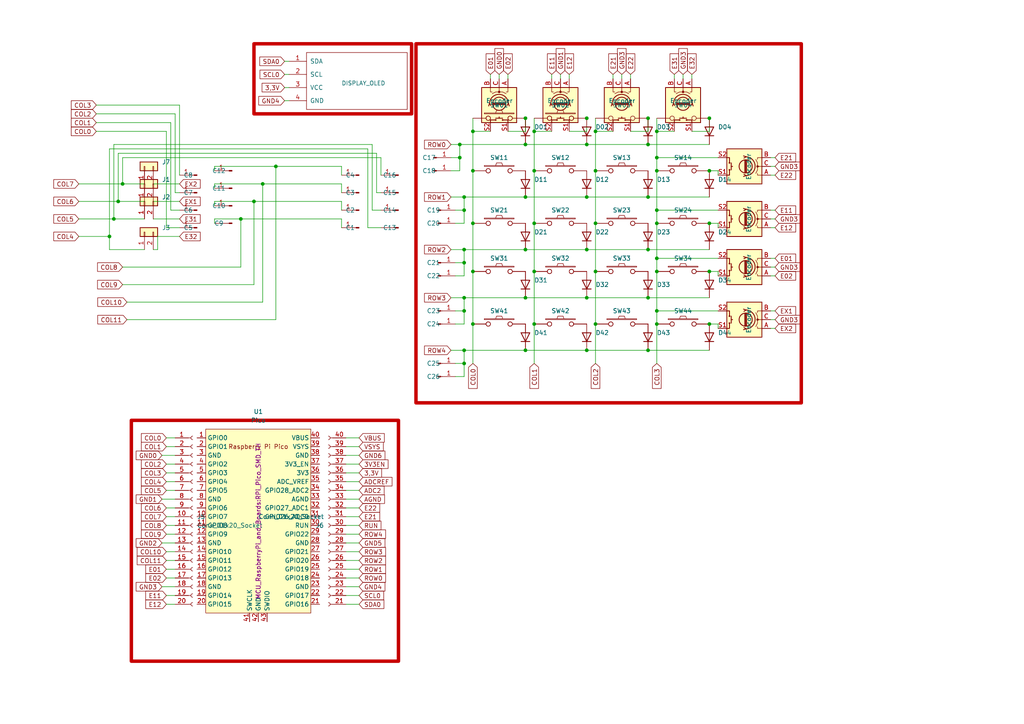
<source format=kicad_sch>
(kicad_sch (version 20230121) (generator eeschema)
  (paper "A4")
  (lib_symbols
    (symbol "Conn_01x01_Pin_1" (pin_numbers hide) (pin_names (offset 1.016) hide)
      (property "Reference" "J" (at 0 2.54 0))
      (property "Value" "Conn_01x01_Pin" (at 0 -2.54 0))
      (symbol "Conn_01x01_Pin_1_1_1"
        (pin passive line (at 5.08 0 180) (length 3.81) (name "Pin_1") (number "1"))
      )
    )
    (symbol "Conn_01x20_Socket_1" (pin_names (offset 1.016) hide)
      (property "Reference" "J6" (at 1.27 0 0))
      (property "Value" "Conn_01x20_Socket" (at 1.27 -2.54 0))
      (symbol "Conn_01x20_Socket_1_1_1"
        (pin passive line (at -5.08 22.86 0) (length 3.81) (name "Pin_1") (number "21"))
        (pin passive line (at -5.08 20.32 0) (length 3.81) (name "Pin_2") (number "22"))
        (pin passive line (at -5.08 17.78 0) (length 3.81) (name "Pin_3") (number "23"))
        (pin passive line (at -5.08 15.24 0) (length 3.81) (name "Pin_4") (number "24"))
        (pin passive line (at -5.08 12.7 0) (length 3.81) (name "Pin_5") (number "25"))
        (pin passive line (at -5.08 10.16 0) (length 3.81) (name "Pin_6") (number "26"))
        (pin passive line (at -5.08 7.62 0) (length 3.81) (name "Pin_7") (number "27"))
        (pin passive line (at -5.08 5.08 0) (length 3.81) (name "Pin_8") (number "28"))
        (pin passive line (at -5.08 2.54 0) (length 3.81) (name "Pin_9") (number "29"))
        (pin passive line (at -5.08 0 0) (length 3.81) (name "Pin_10") (number "30"))
        (pin passive line (at -5.08 -2.54 0) (length 3.81) (name "Pin_11") (number "31"))
        (pin passive line (at -5.08 -5.08 0) (length 3.81) (name "Pin_12") (number "32"))
        (pin passive line (at -5.08 -7.62 0) (length 3.81) (name "Pin_13") (number "33"))
        (pin passive line (at -5.08 -10.16 0) (length 3.81) (name "Pin_14") (number "34"))
        (pin passive line (at -5.08 -12.7 0) (length 3.81) (name "Pin_15") (number "35"))
        (pin passive line (at -5.08 -15.24 0) (length 3.81) (name "Pin_16") (number "36"))
        (pin passive line (at -5.08 -17.78 0) (length 3.81) (name "Pin_17") (number "37"))
        (pin passive line (at -5.08 -20.32 0) (length 3.81) (name "Pin_18") (number "38"))
        (pin passive line (at -5.08 -22.86 0) (length 3.81) (name "Pin_19") (number "39"))
        (pin passive line (at -5.08 -25.4 0) (length 3.81) (name "Pin_20") (number "40"))
      )
    )
    (symbol "Connector:Conn_01x01_Pin" (pin_names (offset 1.016) hide)
      (property "Reference" "J" (at 0 2.54 0))
      (property "Value" "Conn_01x01_Pin" (at 0 -2.54 0))
      (symbol "Conn_01x01_Pin_1_1"
        (pin passive line (at 5.08 0 180) (length 3.81) (name "Pin_1") (number "1"))
      )
    )
    (symbol "Connector:Conn_01x20_Socket" (pin_names (offset 1.016) hide)
      (property "Reference" "J" (at 0 25.4 0))
      (property "Value" "Conn_01x20_Socket" (at 0 -27.94 0))
      (symbol "Conn_01x20_Socket_1_1"
        (pin passive line (at -5.08 22.86 0) (length 3.81) (name "Pin_1") (number "1"))
        (pin passive line (at -5.08 0 0) (length 3.81) (name "Pin_10") (number "10"))
        (pin passive line (at -5.08 -2.54 0) (length 3.81) (name "Pin_11") (number "11"))
        (pin passive line (at -5.08 -5.08 0) (length 3.81) (name "Pin_12") (number "12"))
        (pin passive line (at -5.08 -7.62 0) (length 3.81) (name "Pin_13") (number "13"))
        (pin passive line (at -5.08 -10.16 0) (length 3.81) (name "Pin_14") (number "14"))
        (pin passive line (at -5.08 -12.7 0) (length 3.81) (name "Pin_15") (number "15"))
        (pin passive line (at -5.08 -15.24 0) (length 3.81) (name "Pin_16") (number "16"))
        (pin passive line (at -5.08 -17.78 0) (length 3.81) (name "Pin_17") (number "17"))
        (pin passive line (at -5.08 -20.32 0) (length 3.81) (name "Pin_18") (number "18"))
        (pin passive line (at -5.08 -22.86 0) (length 3.81) (name "Pin_19") (number "19"))
        (pin passive line (at -5.08 20.32 0) (length 3.81) (name "Pin_2") (number "2"))
        (pin passive line (at -5.08 -25.4 0) (length 3.81) (name "Pin_20") (number "20"))
        (pin passive line (at -5.08 17.78 0) (length 3.81) (name "Pin_3") (number "3"))
        (pin passive line (at -5.08 15.24 0) (length 3.81) (name "Pin_4") (number "4"))
        (pin passive line (at -5.08 12.7 0) (length 3.81) (name "Pin_5") (number "5"))
        (pin passive line (at -5.08 10.16 0) (length 3.81) (name "Pin_6") (number "6"))
        (pin passive line (at -5.08 7.62 0) (length 3.81) (name "Pin_7") (number "7"))
        (pin passive line (at -5.08 5.08 0) (length 3.81) (name "Pin_8") (number "8"))
        (pin passive line (at -5.08 2.54 0) (length 3.81) (name "Pin_9") (number "9"))
      )
    )
    (symbol "Device:RotaryEncoder_Switch" (pin_names (offset 0.254) hide)
      (property "Reference" "SW" (at 0 6.604 0))
      (property "Value" "RotaryEncoder_Switch" (at 0 -6.604 0))
      (symbol "RotaryEncoder_Switch_1_1"
        (pin passive line (at -7.62 2.54 0) (length 2.54) (name "A") (number "A"))
        (pin passive line (at -7.62 -2.54 0) (length 2.54) (name "B") (number "B"))
        (pin passive line (at -7.62 0 0) (length 2.54) (name "C") (number "C"))
        (pin passive line (at 7.62 2.54 180) (length 2.54) (name "S1") (number "S1"))
        (pin passive line (at 7.62 -2.54 180) (length 2.54) (name "S2") (number "S2"))
      )
    )
    (symbol "Diode:1N4148" (pin_numbers hide) (pin_names hide)
      (property "Reference" "D" (at 0 2.54 0))
      (property "Value" "1N4148" (at 0 -2.54 0))
      (symbol "1N4148_1_1"
        (pin passive line (at -3.81 0 0) (length 2.54) (name "K") (number "1"))
        (pin passive line (at 3.81 0 180) (length 2.54) (name "A") (number "2"))
      )
    )
    (symbol "MCU_RaspberryPi_and_Boards:Pico"
      (property "Reference" "U" (at -13.97 27.94 0))
      (property "Value" "Pico" (at 0 19.05 0))
      (symbol "Pico_0_0"
        (text "Raspberry Pi Pico" (at 0 21.59 0) (effects (font (size 1.27 1.27))))
      )
      (symbol "Pico_1_1"
        (pin bidirectional line (at -17.78 24.13 0) (length 2.54) (name "GPIO0") (number "1"))
        (pin bidirectional line (at -17.78 1.27 0) (length 2.54) (name "GPIO7") (number "10"))
        (pin bidirectional line (at -17.78 -1.27 0) (length 2.54) (name "GPIO8") (number "11"))
        (pin bidirectional line (at -17.78 -3.81 0) (length 2.54) (name "GPIO9") (number "12"))
        (pin power_in line (at -17.78 -6.35 0) (length 2.54) (name "GND") (number "13"))
        (pin bidirectional line (at -17.78 -8.89 0) (length 2.54) (name "GPIO10") (number "14"))
        (pin bidirectional line (at -17.78 -11.43 0) (length 2.54) (name "GPIO11") (number "15"))
        (pin bidirectional line (at -17.78 -13.97 0) (length 2.54) (name "GPIO12") (number "16"))
        (pin bidirectional line (at -17.78 -16.51 0) (length 2.54) (name "GPIO13") (number "17"))
        (pin power_in line (at -17.78 -19.05 0) (length 2.54) (name "GND") (number "18"))
        (pin bidirectional line (at -17.78 -21.59 0) (length 2.54) (name "GPIO14") (number "19"))
        (pin bidirectional line (at -17.78 21.59 0) (length 2.54) (name "GPIO1") (number "2"))
        (pin bidirectional line (at -17.78 -24.13 0) (length 2.54) (name "GPIO15") (number "20"))
        (pin bidirectional line (at 17.78 -24.13 180) (length 2.54) (name "GPIO16") (number "21"))
        (pin bidirectional line (at 17.78 -21.59 180) (length 2.54) (name "GPIO17") (number "22"))
        (pin power_in line (at 17.78 -19.05 180) (length 2.54) (name "GND") (number "23"))
        (pin bidirectional line (at 17.78 -16.51 180) (length 2.54) (name "GPIO18") (number "24"))
        (pin bidirectional line (at 17.78 -13.97 180) (length 2.54) (name "GPIO19") (number "25"))
        (pin bidirectional line (at 17.78 -11.43 180) (length 2.54) (name "GPIO20") (number "26"))
        (pin bidirectional line (at 17.78 -8.89 180) (length 2.54) (name "GPIO21") (number "27"))
        (pin power_in line (at 17.78 -6.35 180) (length 2.54) (name "GND") (number "28"))
        (pin bidirectional line (at 17.78 -3.81 180) (length 2.54) (name "GPIO22") (number "29"))
        (pin power_in line (at -17.78 19.05 0) (length 2.54) (name "GND") (number "3"))
        (pin input line (at 17.78 -1.27 180) (length 2.54) (name "RUN") (number "30"))
        (pin bidirectional line (at 17.78 1.27 180) (length 2.54) (name "GPIO26_ADC0") (number "31"))
        (pin bidirectional line (at 17.78 3.81 180) (length 2.54) (name "GPIO27_ADC1") (number "32"))
        (pin power_in line (at 17.78 6.35 180) (length 2.54) (name "AGND") (number "33"))
        (pin bidirectional line (at 17.78 8.89 180) (length 2.54) (name "GPIO28_ADC2") (number "34"))
        (pin power_in line (at 17.78 11.43 180) (length 2.54) (name "ADC_VREF") (number "35"))
        (pin power_in line (at 17.78 13.97 180) (length 2.54) (name "3V3") (number "36"))
        (pin input line (at 17.78 16.51 180) (length 2.54) (name "3V3_EN") (number "37"))
        (pin bidirectional line (at 17.78 19.05 180) (length 2.54) (name "GND") (number "38"))
        (pin power_in line (at 17.78 21.59 180) (length 2.54) (name "VSYS") (number "39"))
        (pin bidirectional line (at -17.78 16.51 0) (length 2.54) (name "GPIO2") (number "4"))
        (pin power_in line (at 17.78 24.13 180) (length 2.54) (name "VBUS") (number "40"))
        (pin input line (at -2.54 -29.21 90) (length 2.54) (name "SWCLK") (number "41"))
        (pin power_in line (at 0 -29.21 90) (length 2.54) (name "GND") (number "42"))
        (pin bidirectional line (at 2.54 -29.21 90) (length 2.54) (name "SWDIO") (number "43"))
        (pin bidirectional line (at -17.78 13.97 0) (length 2.54) (name "GPIO3") (number "5"))
        (pin bidirectional line (at -17.78 11.43 0) (length 2.54) (name "GPIO4") (number "6"))
        (pin bidirectional line (at -17.78 8.89 0) (length 2.54) (name "GPIO5") (number "7"))
        (pin power_in line (at -17.78 6.35 0) (length 2.54) (name "GND") (number "8"))
        (pin bidirectional line (at -17.78 3.81 0) (length 2.54) (name "GPIO6") (number "9"))
      )
    )
    (symbol "kbd:OLED" (pin_names (offset 1.016))
      (property "Reference" "OL" (at 0 2.54 0))
      (property "Value" "OLED" (at 0 -1.27 0))
      (symbol "OLED_1_1"
        (pin bidirectional line (at -19.05 6.35 0) (length 5.08) (name "SDA") (number "1"))
        (pin bidirectional line (at -19.05 2.54 0) (length 5.08) (name "SCL") (number "2"))
        (pin power_in line (at -19.05 -1.27 0) (length 5.08) (name "VCC") (number "3"))
        (pin power_in line (at -19.05 -5.08 0) (length 5.08) (name "GND") (number "4"))
      )
    )
    (symbol "kbd:SW_PUSH" (pin_numbers hide) (pin_names (offset 1.016) hide)
      (property "Reference" "SW" (at 3.81 2.794 0))
      (property "Value" "SW_PUSH" (at 0 -2.032 0))
      (symbol "SW_PUSH_0_1"
        (pin passive inverted (at -7.62 0 0) (length 5.08) (name "1") (number "1"))
        (pin passive inverted (at 7.62 0 180) (length 5.08) (name "2") (number "2"))
      )
    )
    (symbol "rpi-pico-debugger-shoe-cache:Connector_Generic_Conn_01x02" (pin_names (offset 1.016) hide)
      (property "Reference" "J" (at 0 2.54 0))
      (property "Value" "Connector_Generic_Conn_01x02" (at 0 -5.08 0))
      (symbol "Connector_Generic_Conn_01x02_1_1"
        (pin passive line (at -5.08 0 0) (length 3.81) (name "Pin_1") (number "1"))
        (pin passive line (at -5.08 -2.54 0) (length 3.81) (name "Pin_2") (number "2"))
      )
    )
  )
  (junction (at 80.01 48.26))
  (junction (at 170.18 86.36))
  (junction (at 152.4 86.36))
  (junction (at 134.62 105.41))
  (junction (at 33.02 63.5))
  (junction (at 190.5 64.77))
  (junction (at 187.96 86.36))
  (junction (at 152.4 72.39))
  (junction (at 137.16 93.98))
  (junction (at 205.74 93.98))
  (junction (at 31.75 68.58))
  (junction (at 190.5 74.93))
  (junction (at 187.96 72.39))
  (junction (at 170.18 41.91))
  (junction (at 187.96 57.15))
  (junction (at 134.62 72.39))
  (junction (at 34.29 58.42))
  (junction (at 154.94 64.77))
  (junction (at 152.4 101.6))
  (junction (at 152.4 41.91))
  (junction (at 35.56 53.34))
  (junction (at 170.18 57.15))
  (junction (at 172.72 38.1))
  (junction (at 205.74 64.77))
  (junction (at 134.62 57.15))
  (junction (at 170.18 101.6))
  (junction (at 134.62 101.6))
  (junction (at 172.72 93.98))
  (junction (at 137.16 38.1))
  (junction (at 190.5 49.53))
  (junction (at 134.62 86.36))
  (junction (at 137.16 64.77))
  (junction (at 76.2 53.34))
  (junction (at 170.18 72.39))
  (junction (at 154.94 93.98))
  (junction (at 133.35 41.91))
  (junction (at 152.4 57.15))
  (junction (at 187.96 101.6))
  (junction (at 190.5 38.1))
  (junction (at 73.66 58.42))
  (junction (at 190.5 93.98))
  (junction (at 172.72 64.77))
  (junction (at 170.18 34.29))
  (junction (at 134.62 76.2))
  (junction (at 134.62 60.96))
  (junction (at 152.4 34.29))
  (junction (at 190.5 45.72))
  (junction (at 205.74 34.29))
  (junction (at 205.74 78.74))
  (junction (at 154.94 38.1))
  (junction (at 133.35 45.72))
  (junction (at 137.16 49.53))
  (junction (at 134.62 90.17))
  (junction (at 172.72 78.74))
  (junction (at 190.5 90.17))
  (junction (at 187.96 34.29))
  (junction (at 137.16 78.74))
  (junction (at 190.5 60.96))
  (junction (at 154.94 78.74))
  (junction (at 69.85 63.5))
  (junction (at 187.96 41.91))
  (junction (at 190.5 78.74))
  (junction (at 172.72 49.53))
  (junction (at 154.94 49.53))
  (junction (at 205.74 49.53))
  (wire (pts (xy 33.02 41.91) (xy 33.02 63.5)))
  (wire (pts (xy 44.45 72.39) (xy 45.72 72.39)))
  (wire (pts (xy 190.5 45.72) (xy 190.5 49.53)))
  (wire (pts (xy 190.5 38.1) (xy 195.58 38.1)))
  (wire (pts (xy 48.26 147.32) (xy 50.8 147.32)))
  (wire (pts (xy 154.94 64.77) (xy 154.94 78.74)))
  (wire (pts (xy 80.01 48.26) (xy 80.01 92.71)))
  (wire (pts (xy 48.26 152.4) (xy 50.8 152.4)))
  (wire (pts (xy 170.18 101.6) (xy 187.96 101.6)))
  (wire (pts (xy 106.68 66.04) (xy 106.68 43.18)))
  (wire (pts (xy 134.62 86.36) (xy 134.62 90.17)))
  (wire (pts (xy 137.16 38.1) (xy 142.24 38.1)))
  (wire (pts (xy 62.23 48.26) (xy 62.23 49.53)))
  (wire (pts (xy 100.33 160.02) (xy 104.14 160.02)))
  (wire (pts (xy 152.4 101.6) (xy 170.18 101.6)))
  (wire (pts (xy 62.23 48.26) (xy 80.01 48.26)))
  (wire (pts (xy 35.56 53.34) (xy 41.91 53.34)))
  (wire (pts (xy 172.72 49.53) (xy 172.72 64.77)))
  (wire (pts (xy 49.53 60.96) (xy 52.07 60.96)))
  (wire (pts (xy 100.33 147.32) (xy 104.14 147.32)))
  (wire (pts (xy 110.49 50.8) (xy 110.49 45.72)))
  (wire (pts (xy 34.29 44.45) (xy 34.29 58.42)))
  (wire (pts (xy 110.49 55.88) (xy 109.22 55.88)))
  (wire (pts (xy 34.29 58.42) (xy 41.91 58.42)))
  (wire (pts (xy 137.16 78.74) (xy 137.16 93.98)))
  (wire (pts (xy 154.94 38.1) (xy 160.02 38.1)))
  (wire (pts (xy 62.23 58.42) (xy 62.23 59.69)))
  (wire (pts (xy 223.52 45.72) (xy 224.79 45.72)))
  (wire (pts (xy 100.33 134.62) (xy 104.14 134.62)))
  (wire (pts (xy 223.52 80.01) (xy 224.79 80.01)))
  (wire (pts (xy 52.07 50.8) (xy 52.07 30.48)))
  (wire (pts (xy 48.26 127) (xy 50.8 127)))
  (wire (pts (xy 46.99 170.18) (xy 50.8 170.18)))
  (wire (pts (xy 132.08 76.2) (xy 134.62 76.2)))
  (wire (pts (xy 69.85 63.5) (xy 99.06 63.5)))
  (wire (pts (xy 100.33 132.08) (xy 104.14 132.08)))
  (wire (pts (xy 35.56 82.55) (xy 73.66 82.55)))
  (wire (pts (xy 73.66 82.55) (xy 73.66 58.42)))
  (wire (pts (xy 132.08 109.22) (xy 134.62 109.22)))
  (wire (pts (xy 134.62 76.2) (xy 134.62 80.01)))
  (wire (pts (xy 36.83 87.63) (xy 76.2 87.63)))
  (wire (pts (xy 137.16 93.98) (xy 137.16 105.41)))
  (wire (pts (xy 35.56 45.72) (xy 35.56 53.34)))
  (wire (pts (xy 48.26 142.24) (xy 50.8 142.24)))
  (wire (pts (xy 137.16 38.1) (xy 137.16 49.53)))
  (wire (pts (xy 100.33 175.26) (xy 104.14 175.26)))
  (wire (pts (xy 208.28 78.74) (xy 208.28 80.01)))
  (wire (pts (xy 223.52 63.5) (xy 224.79 63.5)))
  (wire (pts (xy 100.33 139.7) (xy 104.14 139.7)))
  (wire (pts (xy 62.23 63.5) (xy 62.23 64.77)))
  (wire (pts (xy 223.52 66.04) (xy 224.79 66.04)))
  (wire (pts (xy 22.86 68.58) (xy 31.75 68.58)))
  (wire (pts (xy 107.95 41.91) (xy 33.02 41.91)))
  (wire (pts (xy 73.66 58.42) (xy 99.06 58.42)))
  (wire (pts (xy 100.33 127) (xy 104.14 127)))
  (wire (pts (xy 107.95 60.96) (xy 107.95 41.91)))
  (wire (pts (xy 208.28 50.8) (xy 208.28 49.53)))
  (wire (pts (xy 198.12 21.59) (xy 198.12 22.86)))
  (wire (pts (xy 190.5 60.96) (xy 208.28 60.96)))
  (wire (pts (xy 152.4 72.39) (xy 170.18 72.39)))
  (wire (pts (xy 137.16 64.77) (xy 137.16 78.74)))
  (wire (pts (xy 170.18 86.36) (xy 187.96 86.36)))
  (wire (pts (xy 154.94 93.98) (xy 154.94 105.41)))
  (wire (pts (xy 170.18 72.39) (xy 187.96 72.39)))
  (wire (pts (xy 33.02 63.5) (xy 41.91 63.5)))
  (wire (pts (xy 22.86 53.34) (xy 35.56 53.34)))
  (wire (pts (xy 208.28 49.53) (xy 205.74 49.53)))
  (wire (pts (xy 27.94 38.1) (xy 48.26 38.1)))
  (wire (pts (xy 82.55 17.78) (xy 83.82 17.78)))
  (wire (pts (xy 62.23 63.5) (xy 69.85 63.5)))
  (wire (pts (xy 154.94 38.1) (xy 154.94 49.53)))
  (wire (pts (xy 208.28 64.77) (xy 208.28 66.04)))
  (wire (pts (xy 172.72 38.1) (xy 172.72 49.53)))
  (wire (pts (xy 190.5 90.17) (xy 208.28 90.17)))
  (wire (pts (xy 109.22 44.45) (xy 34.29 44.45)))
  (wire (pts (xy 48.26 175.26) (xy 50.8 175.26)))
  (wire (pts (xy 223.52 60.96) (xy 224.79 60.96)))
  (wire (pts (xy 46.99 132.08) (xy 50.8 132.08)))
  (wire (pts (xy 208.28 78.74) (xy 205.74 78.74)))
  (wire (pts (xy 134.62 72.39) (xy 134.62 76.2)))
  (wire (pts (xy 110.49 66.04) (xy 106.68 66.04)))
  (wire (pts (xy 144.78 21.59) (xy 144.78 22.86)))
  (wire (pts (xy 106.68 43.18) (xy 31.75 43.18)))
  (wire (pts (xy 130.81 72.39) (xy 134.62 72.39)))
  (wire (pts (xy 170.18 57.15) (xy 187.96 57.15)))
  (wire (pts (xy 48.26 139.7) (xy 50.8 139.7)))
  (wire (pts (xy 165.1 21.59) (xy 165.1 22.86)))
  (wire (pts (xy 132.08 60.96) (xy 134.62 60.96)))
  (wire (pts (xy 133.35 41.91) (xy 152.4 41.91)))
  (wire (pts (xy 190.5 34.29) (xy 190.5 38.1)))
  (wire (pts (xy 62.23 53.34) (xy 62.23 54.61)))
  (wire (pts (xy 44.45 58.42) (xy 52.07 58.42)))
  (wire (pts (xy 99.06 50.8) (xy 99.06 48.26)))
  (wire (pts (xy 132.08 105.41) (xy 134.62 105.41)))
  (wire (pts (xy 190.5 74.93) (xy 190.5 78.74)))
  (wire (pts (xy 132.08 90.17) (xy 134.62 90.17)))
  (wire (pts (xy 48.26 172.72) (xy 50.8 172.72)))
  (wire (pts (xy 22.86 63.5) (xy 33.02 63.5)))
  (wire (pts (xy 69.85 63.5) (xy 69.85 77.47)))
  (wire (pts (xy 190.5 90.17) (xy 190.5 93.98)))
  (wire (pts (xy 100.33 129.54) (xy 104.14 129.54)))
  (wire (pts (xy 190.5 60.96) (xy 190.5 64.77)))
  (wire (pts (xy 223.52 95.25) (xy 224.79 95.25)))
  (wire (pts (xy 208.28 64.77) (xy 205.74 64.77)))
  (wire (pts (xy 190.5 64.77) (xy 190.5 74.93)))
  (wire (pts (xy 100.33 149.86) (xy 104.14 149.86)))
  (wire (pts (xy 82.55 29.21) (xy 83.82 29.21)))
  (wire (pts (xy 200.66 21.59) (xy 200.66 22.86)))
  (wire (pts (xy 180.34 21.59) (xy 180.34 22.86)))
  (wire (pts (xy 187.96 86.36) (xy 205.74 86.36)))
  (wire (pts (xy 27.94 30.48) (xy 52.07 30.48)))
  (wire (pts (xy 100.33 167.64) (xy 104.14 167.64)))
  (wire (pts (xy 208.28 93.98) (xy 208.28 95.25)))
  (wire (pts (xy 162.56 21.59) (xy 162.56 22.86)))
  (wire (pts (xy 170.18 41.91) (xy 187.96 41.91)))
  (wire (pts (xy 165.1 38.1) (xy 170.18 38.1)))
  (wire (pts (xy 45.72 68.58) (xy 52.07 68.58)))
  (wire (pts (xy 48.26 66.04) (xy 48.26 38.1)))
  (wire (pts (xy 152.4 86.36) (xy 170.18 86.36)))
  (wire (pts (xy 152.4 57.15) (xy 170.18 57.15)))
  (wire (pts (xy 190.5 38.1) (xy 190.5 45.72)))
  (wire (pts (xy 172.72 38.1) (xy 177.8 38.1)))
  (wire (pts (xy 100.33 154.94) (xy 104.14 154.94)))
  (wire (pts (xy 130.81 101.6) (xy 134.62 101.6)))
  (wire (pts (xy 48.26 137.16) (xy 50.8 137.16)))
  (wire (pts (xy 82.55 25.4) (xy 83.82 25.4)))
  (wire (pts (xy 187.96 41.91) (xy 205.74 41.91)))
  (wire (pts (xy 172.72 34.29) (xy 172.72 38.1)))
  (wire (pts (xy 154.94 49.53) (xy 154.94 64.77)))
  (wire (pts (xy 223.52 50.8) (xy 224.79 50.8)))
  (wire (pts (xy 134.62 105.41) (xy 134.62 101.6)))
  (wire (pts (xy 99.06 60.96) (xy 99.06 58.42)))
  (wire (pts (xy 187.96 57.15) (xy 205.74 57.15)))
  (wire (pts (xy 100.33 137.16) (xy 104.14 137.16)))
  (wire (pts (xy 130.81 49.53) (xy 133.35 49.53)))
  (wire (pts (xy 154.94 34.29) (xy 154.94 38.1)))
  (wire (pts (xy 80.01 48.26) (xy 99.06 48.26)))
  (wire (pts (xy 130.81 86.36) (xy 134.62 86.36)))
  (wire (pts (xy 152.4 38.1) (xy 152.4 34.29)))
  (wire (pts (xy 100.33 170.18) (xy 104.14 170.18)))
  (wire (pts (xy 27.94 35.56) (xy 49.53 35.56)))
  (wire (pts (xy 223.52 90.17) (xy 224.79 90.17)))
  (wire (pts (xy 100.33 162.56) (xy 104.14 162.56)))
  (wire (pts (xy 134.62 101.6) (xy 152.4 101.6)))
  (wire (pts (xy 160.02 21.59) (xy 160.02 22.86)))
  (wire (pts (xy 205.74 38.1) (xy 205.74 34.29)))
  (wire (pts (xy 190.5 93.98) (xy 190.5 105.41)))
  (wire (pts (xy 36.83 92.71) (xy 80.01 92.71)))
  (wire (pts (xy 48.26 160.02) (xy 50.8 160.02)))
  (wire (pts (xy 130.81 41.91) (xy 133.35 41.91)))
  (wire (pts (xy 130.81 45.72) (xy 133.35 45.72)))
  (wire (pts (xy 154.94 78.74) (xy 154.94 93.98)))
  (wire (pts (xy 172.72 78.74) (xy 172.72 93.98)))
  (wire (pts (xy 62.23 53.34) (xy 76.2 53.34)))
  (wire (pts (xy 172.72 93.98) (xy 172.72 105.41)))
  (wire (pts (xy 31.75 43.18) (xy 31.75 68.58)))
  (wire (pts (xy 48.26 66.04) (xy 52.07 66.04)))
  (wire (pts (xy 109.22 55.88) (xy 109.22 44.45)))
  (wire (pts (xy 44.45 53.34) (xy 52.07 53.34)))
  (wire (pts (xy 27.94 33.02) (xy 50.8 33.02)))
  (wire (pts (xy 100.33 165.1) (xy 104.14 165.1)))
  (wire (pts (xy 134.62 86.36) (xy 152.4 86.36)))
  (wire (pts (xy 110.49 60.96) (xy 107.95 60.96)))
  (wire (pts (xy 134.62 109.22) (xy 134.62 105.41)))
  (wire (pts (xy 45.72 72.39) (xy 45.72 68.58)))
  (wire (pts (xy 132.08 80.01) (xy 134.62 80.01)))
  (wire (pts (xy 132.08 64.77) (xy 134.62 64.77)))
  (wire (pts (xy 31.75 72.39) (xy 41.91 72.39)))
  (wire (pts (xy 110.49 45.72) (xy 35.56 45.72)))
  (wire (pts (xy 172.72 64.77) (xy 172.72 78.74)))
  (wire (pts (xy 187.96 38.1) (xy 187.96 34.29)))
  (wire (pts (xy 190.5 74.93) (xy 208.28 74.93)))
  (wire (pts (xy 147.32 21.59) (xy 147.32 22.86)))
  (wire (pts (xy 134.62 90.17) (xy 134.62 93.98)))
  (wire (pts (xy 31.75 72.39) (xy 31.75 68.58)))
  (wire (pts (xy 223.52 77.47) (xy 224.79 77.47)))
  (wire (pts (xy 187.96 101.6) (xy 205.74 101.6)))
  (wire (pts (xy 152.4 41.91) (xy 170.18 41.91)))
  (wire (pts (xy 223.52 48.26) (xy 224.79 48.26)))
  (wire (pts (xy 170.18 38.1) (xy 170.18 34.29)))
  (wire (pts (xy 48.26 165.1) (xy 50.8 165.1)))
  (wire (pts (xy 182.88 38.1) (xy 187.96 38.1)))
  (wire (pts (xy 134.62 57.15) (xy 152.4 57.15)))
  (wire (pts (xy 208.28 93.98) (xy 205.74 93.98)))
  (wire (pts (xy 100.33 157.48) (xy 104.14 157.48)))
  (wire (pts (xy 100.33 152.4) (xy 104.14 152.4)))
  (wire (pts (xy 134.62 57.15) (xy 134.62 60.96)))
  (wire (pts (xy 50.8 55.88) (xy 52.07 55.88)))
  (wire (pts (xy 48.26 162.56) (xy 50.8 162.56)))
  (wire (pts (xy 44.45 63.5) (xy 52.07 63.5)))
  (wire (pts (xy 100.33 172.72) (xy 104.14 172.72)))
  (wire (pts (xy 190.5 45.72) (xy 208.28 45.72)))
  (wire (pts (xy 187.96 72.39) (xy 205.74 72.39)))
  (wire (pts (xy 76.2 53.34) (xy 99.06 53.34)))
  (wire (pts (xy 134.62 60.96) (xy 134.62 64.77)))
  (wire (pts (xy 48.26 129.54) (xy 50.8 129.54)))
  (wire (pts (xy 182.88 21.59) (xy 182.88 22.86)))
  (wire (pts (xy 147.32 38.1) (xy 152.4 38.1)))
  (wire (pts (xy 49.53 35.56) (xy 49.53 60.96)))
  (wire (pts (xy 142.24 21.59) (xy 142.24 22.86)))
  (wire (pts (xy 48.26 167.64) (xy 50.8 167.64)))
  (wire (pts (xy 132.08 93.98) (xy 134.62 93.98)))
  (wire (pts (xy 46.99 157.48) (xy 50.8 157.48)))
  (wire (pts (xy 46.99 144.78) (xy 50.8 144.78)))
  (wire (pts (xy 82.55 21.59) (xy 83.82 21.59)))
  (wire (pts (xy 35.56 77.47) (xy 69.85 77.47)))
  (wire (pts (xy 100.33 142.24) (xy 104.14 142.24)))
  (wire (pts (xy 22.86 58.42) (xy 34.29 58.42)))
  (wire (pts (xy 137.16 49.53) (xy 137.16 64.77)))
  (wire (pts (xy 48.26 149.86) (xy 50.8 149.86)))
  (wire (pts (xy 48.26 154.94) (xy 50.8 154.94)))
  (wire (pts (xy 223.52 92.71) (xy 224.79 92.71)))
  (wire (pts (xy 137.16 34.29) (xy 137.16 38.1)))
  (wire (pts (xy 134.62 72.39) (xy 152.4 72.39)))
  (wire (pts (xy 133.35 41.91) (xy 133.35 45.72)))
  (wire (pts (xy 50.8 55.88) (xy 50.8 33.02)))
  (wire (pts (xy 190.5 49.53) (xy 190.5 60.96)))
  (wire (pts (xy 99.06 55.88) (xy 99.06 53.34)))
  (wire (pts (xy 99.06 66.04) (xy 99.06 63.5)))
  (wire (pts (xy 177.8 21.59) (xy 177.8 22.86)))
  (wire (pts (xy 200.66 38.1) (xy 205.74 38.1)))
  (wire (pts (xy 133.35 45.72) (xy 133.35 49.53)))
  (wire (pts (xy 190.5 78.74) (xy 190.5 90.17)))
  (wire (pts (xy 48.26 134.62) (xy 50.8 134.62)))
  (wire (pts (xy 130.81 57.15) (xy 134.62 57.15)))
  (wire (pts (xy 223.52 74.93) (xy 224.79 74.93)))
  (wire (pts (xy 100.33 144.78) (xy 104.14 144.78)))
  (wire (pts (xy 195.58 21.59) (xy 195.58 22.86)))
  (wire (pts (xy 76.2 53.34) (xy 76.2 87.63)))
  (wire (pts (xy 62.23 58.42) (xy 73.66 58.42)))
  (rectangle (start -149.86 30.48) (end -66.04 78.74) (stroke (width 1) (color 194 0 0 1)))
  (rectangle (start 73.66 12.7) (end 119.38 33.02) (stroke (width 1) (color 194 0 0 1)))
  (rectangle (start 120.65 12.7) (end 232.41 116.84) (stroke (width 1) (color 194 0 0 1)))
  (rectangle (start 38.1 121.92) (end 115.57 191.77) (stroke (width 1) (color 194 0 0 1)))
  (global_label "ROW1" (shape input) (at 130.81 57.15 180) (property "Intersheetrefs" "${INTERSHEET_REFS}" (effects hide)))
  (global_label "GND3" (shape input) (at 224.79 77.47 0) (property "Intersheetrefs" "${INTERSHEET_REFS}" (effects hide)))
  (global_label "COL10" (shape input) (at 36.83 87.63 180) (property "Intersheetrefs" "${INTERSHEET_REFS}" (effects hide)))
  (global_label "E02" (shape input) (at 147.32 21.59 90) (property "Intersheetrefs" "${INTERSHEET_REFS}" (effects hide)))
  (global_label "ROW0" (shape input) (at 130.81 41.91 180) (property "Intersheetrefs" "${INTERSHEET_REFS}" (effects hide)))
  (global_label "GND3" (shape input) (at 180.34 21.59 90) (property "Intersheetrefs" "${INTERSHEET_REFS}" (effects hide)))
  (global_label "E11" (shape input) (at 224.79 60.96 0) (property "Intersheetrefs" "${INTERSHEET_REFS}" (effects hide)))
  (global_label "3V3EN" (shape input) (at 104.14 134.62 0) (property "Intersheetrefs" "${INTERSHEET_REFS}" (effects hide)))
  (global_label "E22" (shape input) (at 104.14 147.32 0) (property "Intersheetrefs" "${INTERSHEET_REFS}" (effects hide)))
  (global_label "SDA0" (shape input) (at 104.14 175.26 0) (property "Intersheetrefs" "${INTERSHEET_REFS}" (effects hide)))
  (global_label "E21" (shape input) (at 104.14 149.86 0) (property "Intersheetrefs" "${INTERSHEET_REFS}" (effects hide)))
  (global_label "E01" (shape input) (at 48.26 165.1 180) (property "Intersheetrefs" "${INTERSHEET_REFS}" (effects hide)))
  (global_label "E12" (shape input) (at 48.26 175.26 180) (property "Intersheetrefs" "${INTERSHEET_REFS}" (effects hide)))
  (global_label "VSYS" (shape input) (at 104.14 129.54 0) (property "Intersheetrefs" "${INTERSHEET_REFS}" (effects hide)))
  (global_label "ROW0" (shape input) (at 104.14 167.64 0) (property "Intersheetrefs" "${INTERSHEET_REFS}" (effects hide)))
  (global_label "COL1" (shape input) (at 48.26 129.54 180) (property "Intersheetrefs" "${INTERSHEET_REFS}" (effects hide)))
  (global_label "COL2" (shape input) (at 27.94 33.02 180) (property "Intersheetrefs" "${INTERSHEET_REFS}" (effects hide)))
  (global_label "GND4" (shape input) (at 104.14 170.18 0) (property "Intersheetrefs" "${INTERSHEET_REFS}" (effects hide)))
  (global_label "E02" (shape input) (at 224.79 80.01 0) (property "Intersheetrefs" "${INTERSHEET_REFS}" (effects hide)))
  (global_label "COL9" (shape input) (at 35.56 82.55 180) (property "Intersheetrefs" "${INTERSHEET_REFS}" (effects hide)))
  (global_label "COL7" (shape input) (at 22.86 53.34 180) (property "Intersheetrefs" "${INTERSHEET_REFS}" (effects hide)))
  (global_label "COL9" (shape input) (at 48.26 154.94 180) (property "Intersheetrefs" "${INTERSHEET_REFS}" (effects hide)))
  (global_label "COL3" (shape input) (at 27.94 30.48 180) (property "Intersheetrefs" "${INTERSHEET_REFS}" (effects hide)))
  (global_label "GND3" (shape input) (at 224.79 63.5 0) (property "Intersheetrefs" "${INTERSHEET_REFS}" (effects hide)))
  (global_label "COL0" (shape input) (at 137.16 105.41 270) (property "Intersheetrefs" "${INTERSHEET_REFS}" (effects hide)))
  (global_label "COL0" (shape input) (at 48.26 127 180) (property "Intersheetrefs" "${INTERSHEET_REFS}" (effects hide)))
  (global_label "COL2" (shape input) (at 48.26 134.62 180) (property "Intersheetrefs" "${INTERSHEET_REFS}" (effects hide)))
  (global_label "GND4" (shape input) (at 82.55 29.21 180) (property "Intersheetrefs" "${INTERSHEET_REFS}" (effects hide)))
  (global_label "ROW2" (shape input) (at 104.14 162.56 0) (property "Intersheetrefs" "${INTERSHEET_REFS}" (effects hide)))
  (global_label "ROW3" (shape input) (at 130.81 86.36 180) (property "Intersheetrefs" "${INTERSHEET_REFS}" (effects hide)))
  (global_label "GND3" (shape input) (at 224.79 92.71 0) (property "Intersheetrefs" "${INTERSHEET_REFS}" (effects hide)))
  (global_label "GND1" (shape input) (at 46.99 144.78 180) (property "Intersheetrefs" "${INTERSHEET_REFS}" (effects hide)))
  (global_label "E21" (shape input) (at 177.8 21.59 90) (property "Intersheetrefs" "${INTERSHEET_REFS}" (effects hide)))
  (global_label "COL1" (shape input) (at 154.94 105.41 270) (property "Intersheetrefs" "${INTERSHEET_REFS}" (effects hide)))
  (global_label "VBUS" (shape input) (at 104.14 127 0) (property "Intersheetrefs" "${INTERSHEET_REFS}" (effects hide)))
  (global_label "EX2" (shape input) (at 224.79 95.25 0) (property "Intersheetrefs" "${INTERSHEET_REFS}" (effects hide)))
  (global_label "ROW2" (shape input) (at 130.81 72.39 180) (property "Intersheetrefs" "${INTERSHEET_REFS}" (effects hide)))
  (global_label "GND3" (shape input) (at 198.12 21.59 90) (property "Intersheetrefs" "${INTERSHEET_REFS}" (effects hide)))
  (global_label "E31" (shape input) (at 195.58 21.59 90) (property "Intersheetrefs" "${INTERSHEET_REFS}" (effects hide)))
  (global_label "ROW4" (shape input) (at 104.14 154.94 0) (property "Intersheetrefs" "${INTERSHEET_REFS}" (effects hide)))
  (global_label "E12" (shape input) (at 224.79 66.04 0) (property "Intersheetrefs" "${INTERSHEET_REFS}" (effects hide)))
  (global_label "RUN" (shape input) (at 104.14 152.4 0) (property "Intersheetrefs" "${INTERSHEET_REFS}" (effects hide)))
  (global_label "COL7" (shape input) (at 48.26 149.86 180) (property "Intersheetrefs" "${INTERSHEET_REFS}" (effects hide)))
  (global_label "ADCREF" (shape input) (at 104.14 139.7 0) (property "Intersheetrefs" "${INTERSHEET_REFS}" (effects hide)))
  (global_label "EX2" (shape input) (at 52.07 53.34 0) (property "Intersheetrefs" "${INTERSHEET_REFS}" (effects hide)))
  (global_label "COL8" (shape input) (at 48.26 152.4 180) (property "Intersheetrefs" "${INTERSHEET_REFS}" (effects hide)))
  (global_label "SCL0" (shape input) (at 82.55 21.59 180) (property "Intersheetrefs" "${INTERSHEET_REFS}" (effects hide)))
  (global_label "ROW4" (shape input) (at 130.81 101.6 180) (property "Intersheetrefs" "${INTERSHEET_REFS}" (effects hide)))
  (global_label "E22" (shape input) (at 182.88 21.59 90) (property "Intersheetrefs" "${INTERSHEET_REFS}" (effects hide)))
  (global_label "E12" (shape input) (at 165.1 21.59 90) (property "Intersheetrefs" "${INTERSHEET_REFS}" (effects hide)))
  (global_label "COL2" (shape input) (at 172.72 105.41 270) (property "Intersheetrefs" "${INTERSHEET_REFS}" (effects hide)))
  (global_label "COL0" (shape input) (at 27.94 38.1 180) (property "Intersheetrefs" "${INTERSHEET_REFS}" (effects hide)))
  (global_label "ROW1" (shape input) (at 104.14 165.1 0) (property "Intersheetrefs" "${INTERSHEET_REFS}" (effects hide)))
  (global_label "ADC2" (shape input) (at 104.14 142.24 0) (property "Intersheetrefs" "${INTERSHEET_REFS}" (effects hide)))
  (global_label "COL4" (shape input) (at 48.26 139.7 180) (property "Intersheetrefs" "${INTERSHEET_REFS}" (effects hide)))
  (global_label "COL6" (shape input) (at 22.86 58.42 180) (property "Intersheetrefs" "${INTERSHEET_REFS}" (effects hide)))
  (global_label "AGND" (shape input) (at 104.14 144.78 0) (property "Intersheetrefs" "${INTERSHEET_REFS}" (effects hide)))
  (global_label "COL6" (shape input) (at 48.26 147.32 180) (property "Intersheetrefs" "${INTERSHEET_REFS}" (effects hide)))
  (global_label "GND0" (shape input) (at 46.99 132.08 180) (property "Intersheetrefs" "${INTERSHEET_REFS}" (effects hide)))
  (global_label "COL1" (shape input) (at 27.94 35.56 180) (property "Intersheetrefs" "${INTERSHEET_REFS}" (effects hide)))
  (global_label "E32" (shape input) (at 200.66 21.59 90) (property "Intersheetrefs" "${INTERSHEET_REFS}" (effects hide)))
  (global_label "GND2" (shape input) (at 46.99 157.48 180) (property "Intersheetrefs" "${INTERSHEET_REFS}" (effects hide)))
  (global_label "E32" (shape input) (at 52.07 68.58 0) (property "Intersheetrefs" "${INTERSHEET_REFS}" (effects hide)))
  (global_label "COL8" (shape input) (at 35.56 77.47 180) (property "Intersheetrefs" "${INTERSHEET_REFS}" (effects hide)))
  (global_label "E31" (shape input) (at 52.07 63.5 0) (property "Intersheetrefs" "${INTERSHEET_REFS}" (effects hide)))
  (global_label "E11" (shape input) (at 48.26 172.72 180) (property "Intersheetrefs" "${INTERSHEET_REFS}" (effects hide)))
  (global_label "COL11" (shape input) (at 36.83 92.71 180) (property "Intersheetrefs" "${INTERSHEET_REFS}" (effects hide)))
  (global_label "GND3" (shape input) (at 46.99 170.18 180) (property "Intersheetrefs" "${INTERSHEET_REFS}" (effects hide)))
  (global_label "COL4" (shape input) (at 22.86 68.58 180) (property "Intersheetrefs" "${INTERSHEET_REFS}" (effects hide)))
  (global_label "SDA0" (shape input) (at 82.55 17.78 180) (property "Intersheetrefs" "${INTERSHEET_REFS}" (effects hide)))
  (global_label "3,3V" (shape input) (at 104.14 137.16 0) (property "Intersheetrefs" "${INTERSHEET_REFS}" (effects hide)))
  (global_label "GND1" (shape input) (at 162.56 21.59 90) (property "Intersheetrefs" "${INTERSHEET_REFS}" (effects hide)))
  (global_label "COL5" (shape input) (at 48.26 142.24 180) (property "Intersheetrefs" "${INTERSHEET_REFS}" (effects hide)))
  (global_label "E02" (shape input) (at 48.26 167.64 180) (property "Intersheetrefs" "${INTERSHEET_REFS}" (effects hide)))
  (global_label "GND3" (shape input) (at 224.79 48.26 0) (property "Intersheetrefs" "${INTERSHEET_REFS}" (effects hide)))
  (global_label "COL5" (shape input) (at 22.86 63.5 180) (property "Intersheetrefs" "${INTERSHEET_REFS}" (effects hide)))
  (global_label "GND5" (shape input) (at 104.14 157.48 0) (property "Intersheetrefs" "${INTERSHEET_REFS}" (effects hide)))
  (global_label "GND6" (shape input) (at 104.14 132.08 0) (property "Intersheetrefs" "${INTERSHEET_REFS}" (effects hide)))
  (global_label "3,3V" (shape input) (at 82.55 25.4 180) (property "Intersheetrefs" "${INTERSHEET_REFS}" (effects hide)))
  (global_label "SCL0" (shape input) (at 104.14 172.72 0) (property "Intersheetrefs" "${INTERSHEET_REFS}" (effects hide)))
  (global_label "E01" (shape input) (at 224.79 74.93 0) (property "Intersheetrefs" "${INTERSHEET_REFS}" (effects hide)))
  (global_label "COL11" (shape input) (at 48.26 162.56 180) (property "Intersheetrefs" "${INTERSHEET_REFS}" (effects hide)))
  (global_label "E21" (shape input) (at 224.79 45.72 0) (property "Intersheetrefs" "${INTERSHEET_REFS}" (effects hide)))
  (global_label "EX1" (shape input) (at 224.79 90.17 0) (property "Intersheetrefs" "${INTERSHEET_REFS}" (effects hide)))
  (global_label "E11" (shape input) (at 160.02 21.59 90) (property "Intersheetrefs" "${INTERSHEET_REFS}" (effects hide)))
  (global_label "E22" (shape input) (at 224.79 50.8 0) (property "Intersheetrefs" "${INTERSHEET_REFS}" (effects hide)))
  (global_label "ROW3" (shape input) (at 104.14 160.02 0) (property "Intersheetrefs" "${INTERSHEET_REFS}" (effects hide)))
  (global_label "E01" (shape input) (at 142.24 21.59 90) (property "Intersheetrefs" "${INTERSHEET_REFS}" (effects hide)))
  (global_label "EX1" (shape input) (at 52.07 58.42 0) (property "Intersheetrefs" "${INTERSHEET_REFS}" (effects hide)))
  (global_label "COL10" (shape input) (at 48.26 160.02 180) (property "Intersheetrefs" "${INTERSHEET_REFS}" (effects hide)))
  (global_label "COL3" (shape input) (at 48.26 137.16 180) (property "Intersheetrefs" "${INTERSHEET_REFS}" (effects hide)))
  (global_label "COL3" (shape input) (at 190.5 105.41 270) (property "Intersheetrefs" "${INTERSHEET_REFS}" (effects hide)))
  (global_label "GND0" (shape input) (at 144.78 21.59 90) (property "Intersheetrefs" "${INTERSHEET_REFS}" (effects hide)))
  (symbol (lib_id "kbd:SW_PUSH") (at 162.56 93.98 0) (unit 1)
    (property "Reference" "SW42" (at 162.56 90.17 0))
    (property "Value" "SW_PUSH" (effects hide))
    (property "Footprint" "kbd:CherryMX_Hotswap" (effects hide))
  )
  (symbol (lib_id "rpi-pico-debugger-shoe-cache:Connector_Generic_Conn_01x02") (at 41.91 48.26 90) (unit 1)
    (property "Reference" "J7" (at 46.99 46.99 90) (effects (justify right)))
    (property "Value" "Connector_Generic_Conn_01x02" (effects hide))
    (property "Footprint" "Connector_PinSocket_2.54mm:PinSocket_1x02_P2.54mm_Vertical" (effects hide))
  )
  (symbol (lib_id "Diode:1N4148") (at 170.18 53.34 90) (unit 1)
    (property "Reference" "D12" (at 172.72 52.07 90) (effects (justify right)))
    (property "Value" "1N4148" (effects hide))
    (property "Footprint" "Diode_THT:D_DO-35_SOD27_P7.62mm_Horizontal" (effects hide))
    (property "Datasheet" "https://assets.nexperia.com/documents/data-sheet/1N4148_1N4448.pdf" (effects hide))
    (property "Sim.Device" "D" (effects hide))
    (property "Sim.Pins" "1=K 2=A" (effects hide))
  )
  (symbol (lib_id "Connector:Conn_01x01_Pin") (at 125.73 49.53 0) (unit 1)
    (property "Reference" "C18" (at 124.46 49.53 0))
    (property "Value" "Conn_01x01_Pin" (effects hide))
    (property "Footprint" "Connector_Wire:SolderWire-0.1sqmm_1x01_D0.4mm_OD1mm" (effects hide))
  )
  (symbol (lib_id "Diode:1N4148") (at 205.74 82.55 90) (unit 1)
    (property "Reference" "D34" (at 208.28 81.28 90) (effects (justify right)))
    (property "Value" "1N4148" (effects hide))
    (property "Footprint" "Diode_THT:D_DO-35_SOD27_P7.62mm_Horizontal" (effects hide))
    (property "Datasheet" "https://assets.nexperia.com/documents/data-sheet/1N4148_1N4448.pdf" (effects hide))
    (property "Sim.Device" "D" (effects hide))
    (property "Sim.Pins" "1=K 2=A" (effects hide))
  )
  (symbol (lib_id "kbd:SW_PUSH") (at 198.12 34.29 0) (unit 1)
    (property "Reference" "SW04" (at 198.12 30.48 0))
    (property "Value" "SW_PUSH" (effects hide))
    (property "Footprint" "kbd:CherryMX_Hotswap" (effects hide))
  )
  (symbol (lib_id "kbd:SW_PUSH") (at 198.12 49.53 0) (unit 1)
    (property "Reference" "SW14" (at 198.12 45.72 0))
    (property "Value" "SW_PUSH" (effects hide))
    (property "Footprint" "kbd:CherryMX_Hotswap" (effects hide))
  )
  (symbol (lib_id "Diode:1N4148") (at 187.96 53.34 90) (unit 1)
    (property "Reference" "D13" (at 190.5 52.07 90) (effects (justify right)))
    (property "Value" "1N4148" (effects hide))
    (property "Footprint" "Diode_THT:D_DO-35_SOD27_P7.62mm_Horizontal" (effects hide))
    (property "Datasheet" "https://assets.nexperia.com/documents/data-sheet/1N4148_1N4448.pdf" (effects hide))
    (property "Sim.Device" "D" (effects hide))
    (property "Sim.Pins" "1=K 2=A" (effects hide))
  )
  (symbol (lib_id "Connector:Conn_01x20_Socket") (at 55.88 149.86 0) (unit 1)
    (property "Reference" "J5" (at 57.15 149.86 0) (effects (justify left)))
    (property "Value" "Conn_01x20_Socket" (at 57.15 152.4 0) (effects (justify left)))
    (property "Footprint" "Connector_PinSocket_2.54mm:PinSocket_1x20_P2.54mm_Vertical" (effects hide))
  )
  (symbol (lib_id "Connector:Conn_01x01_Pin") (at 57.15 66.04 0) (mirror y) (unit 1)
    (property "Reference" "C5" (at 54.61 66.04 0))
    (property "Value" "Conn_01x01_Pin" (effects hide))
    (property "Footprint" "Connector_Pin:Pin_D1.0mm_L10.0mm" (effects hide))
  )
  (symbol (lib_id "Connector:Conn_01x01_Pin") (at 67.31 49.53 0) (mirror y) (unit 1)
    (property "Reference" "C12" (at 63.5 49.53 0))
    (property "Value" "Conn_01x01_Pin" (effects hide))
    (property "Footprint" "Connector_Pin:Pin_D1.0mm_L10.0mm" (effects hide))
  )
  (symbol (lib_id "Diode:1N4148") (at 205.74 97.79 90) (unit 1)
    (property "Reference" "D44" (at 208.28 96.52 90) (effects (justify right)))
    (property "Value" "1N4148" (effects hide))
    (property "Footprint" "Diode_THT:D_DO-35_SOD27_P7.62mm_Horizontal" (effects hide))
    (property "Datasheet" "https://assets.nexperia.com/documents/data-sheet/1N4148_1N4448.pdf" (effects hide))
    (property "Sim.Device" "D" (effects hide))
    (property "Sim.Pins" "1=K 2=A" (effects hide))
  )
  (symbol (lib_id "Diode:1N4148") (at 170.18 82.55 90) (unit 1)
    (property "Reference" "D32" (at 172.72 82.55 90) (effects (justify right)))
    (property "Value" "1N4148" (effects hide))
    (property "Footprint" "Diode_THT:D_DO-35_SOD27_P7.62mm_Horizontal" (effects hide))
    (property "Datasheet" "https://assets.nexperia.com/documents/data-sheet/1N4148_1N4448.pdf" (effects hide))
    (property "Sim.Device" "D" (effects hide))
    (property "Sim.Pins" "1=K 2=A" (effects hide))
  )
  (symbol (lib_id "Diode:1N4148") (at 152.4 38.1 90) (unit 1)
    (property "Reference" "D01" (at 154.94 36.83 90) (effects (justify right)))
    (property "Value" "1N4148" (effects hide))
    (property "Footprint" "Diode_THT:D_DO-35_SOD27_P7.62mm_Horizontal" (effects hide))
    (property "Datasheet" "https://assets.nexperia.com/documents/data-sheet/1N4148_1N4448.pdf" (effects hide))
    (property "Sim.Device" "D" (effects hide))
    (property "Sim.Pins" "1=K 2=A" (effects hide))
  )
  (symbol (lib_name "Conn_01x01_Pin_1") (lib_id "Connector:Conn_01x01_Pin") (at 67.31 64.77 0) (mirror y) (unit 1)
    (property "Reference" "C9" (at 63.5 64.77 0))
    (property "Value" "Conn_01x01_Pin" (effects hide))
    (property "Footprint" "Connector_Pin:Pin_D1.0mm_L10.0mm" (effects hide))
  )
  (symbol (lib_id "Diode:1N4148") (at 152.4 97.79 90) (unit 1)
    (property "Reference" "D41" (at 154.94 96.52 90) (effects (justify right)))
    (property "Value" "1N4148" (effects hide))
    (property "Footprint" "Diode_THT:D_DO-35_SOD27_P7.62mm_Horizontal" (effects hide))
    (property "Datasheet" "https://assets.nexperia.com/documents/data-sheet/1N4148_1N4448.pdf" (effects hide))
    (property "Sim.Device" "D" (effects hide))
    (property "Sim.Pins" "1=K 2=A" (effects hide))
  )
  (symbol (lib_id "Connector:Conn_01x01_Pin") (at 57.15 60.96 0) (mirror y) (unit 1)
    (property "Reference" "C6" (at 54.61 60.96 0))
    (property "Value" "Conn_01x01_Pin" (effects hide))
    (property "Footprint" "Connector_Pin:Pin_D1.0mm_L10.0mm" (effects hide))
  )
  (symbol (lib_id "Diode:1N4148") (at 152.4 68.58 90) (unit 1)
    (property "Reference" "D21" (at 154.94 67.31 90) (effects (justify right)))
    (property "Value" "1N4148" (effects hide))
    (property "Footprint" "Diode_THT:D_DO-35_SOD27_P7.62mm_Horizontal" (effects hide))
    (property "Datasheet" "https://assets.nexperia.com/documents/data-sheet/1N4148_1N4448.pdf" (effects hide))
    (property "Sim.Device" "D" (effects hide))
    (property "Sim.Pins" "1=K 2=A" (effects hide))
  )
  (symbol (lib_id "Diode:1N4148") (at 187.96 97.79 90) (unit 1)
    (property "Reference" "D43" (at 190.5 96.52 90) (effects (justify right)))
    (property "Value" "1N4148" (effects hide))
    (property "Footprint" "Diode_THT:D_DO-35_SOD27_P7.62mm_Horizontal" (effects hide))
    (property "Datasheet" "https://assets.nexperia.com/documents/data-sheet/1N4148_1N4448.pdf" (effects hide))
    (property "Sim.Device" "D" (effects hide))
    (property "Sim.Pins" "1=K 2=A" (effects hide))
  )
  (symbol (lib_id "kbd:SW_PUSH") (at 144.78 64.77 0) (unit 1)
    (property "Reference" "SW21" (at 144.78 60.96 0))
    (property "Value" "SW_PUSH" (effects hide))
    (property "Footprint" "kbd:CherryMX_Hotswap" (effects hide))
  )
  (symbol (lib_id "Diode:1N4148") (at 187.96 38.1 90) (unit 1)
    (property "Reference" "D03" (at 190.5 36.83 90) (effects (justify right)))
    (property "Value" "1N4148" (effects hide))
    (property "Footprint" "Diode_THT:D_DO-35_SOD27_P7.62mm_Horizontal" (effects hide))
    (property "Datasheet" "https://assets.nexperia.com/documents/data-sheet/1N4148_1N4448.pdf" (effects hide))
    (property "Sim.Device" "D" (effects hide))
    (property "Sim.Pins" "1=K 2=A" (effects hide))
  )
  (symbol (lib_id "Connector:Conn_01x01_Pin") (at 67.31 54.61 0) (mirror y) (unit 1)
    (property "Reference" "C11" (at 63.5 54.61 0))
    (property "Value" "Conn_01x01_Pin" (effects hide))
    (property "Footprint" "Connector_Pin:Pin_D1.0mm_L10.0mm" (effects hide))
  )
  (symbol (lib_id "rpi-pico-debugger-shoe-cache:Connector_Generic_Conn_01x02") (at 41.91 67.31 90) (unit 1)
    (property "Reference" "J3" (at 46.99 66.04 90) (effects (justify right)))
    (property "Value" "Connector_Generic_Conn_01x02" (effects hide))
    (property "Footprint" "Connector_PinSocket_2.54mm:PinSocket_1x02_P2.54mm_Vertical" (effects hide))
  )
  (symbol (lib_id "Connector:Conn_01x01_Pin") (at 104.14 55.88 0) (mirror y) (unit 1)
    (property "Reference" "C3" (at 101.6 55.88 0))
    (property "Value" "Conn_01x01_Pin" (effects hide))
    (property "Footprint" "Connector_Pin:Pin_D1.0mm_L10.0mm" (effects hide))
  )
  (symbol (lib_id "kbd:SW_PUSH") (at 180.34 93.98 0) (unit 1)
    (property "Reference" "SW43" (at 180.34 90.17 0))
    (property "Value" "SW_PUSH" (effects hide))
    (property "Footprint" "kbd:CherryMX_Hotswap" (effects hide))
  )
  (symbol (lib_id "Connector:Conn_01x01_Pin") (at 57.15 55.88 0) (mirror y) (unit 1)
    (property "Reference" "C7" (at 54.61 55.88 0))
    (property "Value" "Conn_01x01_Pin" (effects hide))
    (property "Footprint" "Connector_Pin:Pin_D1.0mm_L10.0mm" (effects hide))
  )
  (symbol (lib_id "Diode:1N4148") (at 187.96 68.58 90) (unit 1)
    (property "Reference" "D23" (at 190.5 67.31 90) (effects (justify right)))
    (property "Value" "1N4148" (effects hide))
    (property "Footprint" "Diode_THT:D_DO-35_SOD27_P7.62mm_Horizontal" (effects hide))
    (property "Datasheet" "https://assets.nexperia.com/documents/data-sheet/1N4148_1N4448.pdf" (effects hide))
    (property "Sim.Device" "D" (effects hide))
    (property "Sim.Pins" "1=K 2=A" (effects hide))
  )
  (symbol (lib_id "Connector:Conn_01x01_Pin") (at 127 90.17 0) (unit 1)
    (property "Reference" "C23" (at 125.73 90.17 0))
    (property "Value" "Conn_01x01_Pin" (effects hide))
    (property "Footprint" "Connector_Wire:SolderWire-0.1sqmm_1x01_D0.4mm_OD1mm" (effects hide))
  )
  (symbol (lib_id "Connector:Conn_01x01_Pin") (at 127 105.41 0) (unit 1)
    (property "Reference" "C25" (at 125.73 105.41 0))
    (property "Value" "Conn_01x01_Pin" (effects hide))
    (property "Footprint" "Connector_Wire:SolderWire-0.1sqmm_1x01_D0.4mm_OD1mm" (effects hide))
  )
  (symbol (lib_id "kbd:SW_PUSH") (at 162.56 64.77 0) (unit 1)
    (property "Reference" "SW22" (at 162.56 60.96 0))
    (property "Value" "SW_PUSH" (effects hide))
    (property "Footprint" "kbd:CherryMX_Hotswap" (effects hide))
  )
  (symbol (lib_id "kbd:SW_PUSH") (at 198.12 64.77 0) (unit 1)
    (property "Reference" "SW24" (at 198.12 60.96 0))
    (property "Value" "SW_PUSH" (effects hide))
    (property "Footprint" "kbd:CherryMX_Hotswap" (effects hide))
  )
  (symbol (lib_id "Connector:Conn_01x01_Pin") (at 115.57 55.88 0) (mirror y) (unit 1)
    (property "Reference" "C15" (at 113.03 55.88 0))
    (property "Value" "Conn_01x01_Pin" (effects hide))
    (property "Footprint" "Connector_Pin:Pin_D1.0mm_L10.0mm" (effects hide))
  )
  (symbol (lib_id "Connector:Conn_01x01_Pin") (at 127 109.22 0) (unit 1)
    (property "Reference" "C26" (at 125.73 109.22 0))
    (property "Value" "Conn_01x01_Pin" (effects hide))
    (property "Footprint" "Connector_Wire:SolderWire-0.1sqmm_1x01_D0.4mm_OD1mm" (effects hide))
  )
  (symbol (lib_id "Device:RotaryEncoder_Switch") (at 215.9 77.47 180) (unit 1)
    (property "Reference" "SW27" (effects hide))
    (property "Value" "Encoder" (at 217.17 73.66 90) (effects (justify left)))
    (property "Footprint" "Rotary_Encoder:RotaryEncoder_Alps_EC11E-Switch_Vertical_H20mm" (effects hide))
  )
  (symbol (lib_id "Diode:1N4148") (at 152.4 82.55 90) (unit 1)
    (property "Reference" "D31" (at 154.94 81.28 90) (effects (justify right)))
    (property "Value" "1N4148" (effects hide))
    (property "Footprint" "Diode_THT:D_DO-35_SOD27_P7.62mm_Horizontal" (effects hide))
    (property "Datasheet" "https://assets.nexperia.com/documents/data-sheet/1N4148_1N4448.pdf" (effects hide))
    (property "Sim.Device" "D" (effects hide))
    (property "Sim.Pins" "1=K 2=A" (effects hide))
  )
  (symbol (lib_id "kbd:SW_PUSH") (at 162.56 78.74 0) (unit 1)
    (property "Reference" "SW32" (at 162.56 74.93 0))
    (property "Value" "SW_PUSH" (effects hide))
    (property "Footprint" "kbd:CherryMX_Hotswap" (effects hide))
  )
  (symbol (lib_id "kbd:SW_PUSH") (at 162.56 49.53 0) (unit 1)
    (property "Reference" "SW12" (at 162.56 45.72 0))
    (property "Value" "SW_PUSH" (effects hide))
    (property "Footprint" "kbd:CherryMX_Hotswap" (effects hide))
  )
  (symbol (lib_id "Diode:1N4148") (at 152.4 53.34 90) (unit 1)
    (property "Reference" "D11" (at 154.94 52.07 90) (effects (justify right)))
    (property "Value" "1N4148" (effects hide))
    (property "Footprint" "Diode_THT:D_DO-35_SOD27_P7.62mm_Horizontal" (effects hide))
    (property "Datasheet" "https://assets.nexperia.com/documents/data-sheet/1N4148_1N4448.pdf" (effects hide))
    (property "Sim.Device" "D" (effects hide))
    (property "Sim.Pins" "1=K 2=A" (effects hide))
  )
  (symbol (lib_id "Connector:Conn_01x01_Pin") (at 127 60.96 0) (unit 1)
    (property "Reference" "C19" (at 125.73 60.96 0))
    (property "Value" "Conn_01x01_Pin" (effects hide))
    (property "Footprint" "Connector_Wire:SolderWire-0.1sqmm_1x01_D0.4mm_OD1mm" (effects hide))
  )
  (symbol (lib_id "Connector:Conn_01x01_Pin") (at 67.31 59.69 0) (mirror y) (unit 1)
    (property "Reference" "C10" (at 63.5 59.69 0))
    (property "Value" "Conn_01x01_Pin" (effects hide))
    (property "Footprint" "Connector_Pin:Pin_D1.0mm_L10.0mm" (effects hide))
  )
  (symbol (lib_name "Conn_01x01_Pin_1") (lib_id "Connector:Conn_01x01_Pin") (at 115.57 66.04 0) (mirror y) (unit 1)
    (property "Reference" "C13" (at 113.03 66.04 0))
    (property "Value" "Conn_01x01_Pin" (effects hide))
    (property "Footprint" "Connector_Pin:Pin_D1.0mm_L10.0mm" (effects hide))
  )
  (symbol (lib_id "MCU_RaspberryPi_and_Boards:Pico") (at 74.93 151.13 0) (unit 1)
    (property "Reference" "U1" (at 74.93 119.38 0))
    (property "Value" "Pico" (at 74.93 121.92 0))
    (property "Footprint" "MCU_RaspberryPi_and_Boards:RPi_Pico_SMD_TH" (at 74.93 151.13 90))
  )
  (symbol (lib_id "kbd:SW_PUSH") (at 180.34 49.53 0) (unit 1)
    (property "Reference" "SW13" (at 180.34 45.72 0))
    (property "Value" "SW_PUSH" (effects hide))
    (property "Footprint" "kbd:CherryMX_Hotswap" (effects hide))
  )
  (symbol (lib_name "Conn_01x20_Socket_1") (lib_id "Connector:Conn_01x20_Socket") (at 95.25 152.4 180) (unit 1)
    (property "Reference" "J6" (at 93.98 152.4 0) (effects (justify left)))
    (property "Value" "Conn_01x20_Socket" (at 93.98 149.86 0) (effects (justify left)))
    (property "Footprint" "Connector_PinSocket_2.54mm:PinSocket_1x20_P2.54mm_Vertical" (effects hide))
  )
  (symbol (lib_id "Connector:Conn_01x01_Pin") (at 115.57 50.8 0) (mirror y) (unit 1)
    (property "Reference" "C16" (at 113.03 50.8 0))
    (property "Value" "Conn_01x01_Pin" (effects hide))
    (property "Footprint" "Connector_Pin:Pin_D1.0mm_L10.0mm" (effects hide))
  )
  (symbol (lib_id "kbd:SW_PUSH") (at 198.12 78.74 0) (unit 1)
    (property "Reference" "SW34" (at 198.12 74.93 0))
    (property "Value" "SW_PUSH" (effects hide))
    (property "Footprint" "kbd:CherryMX_Hotswap" (effects hide))
  )
  (symbol (lib_id "Connector:Conn_01x01_Pin") (at 104.14 66.04 0) (mirror y) (unit 1)
    (property "Reference" "C1" (at 101.6 66.04 0))
    (property "Value" "Conn_01x01_Pin" (effects hide))
    (property "Footprint" "Connector_Pin:Pin_D1.0mm_L10.0mm" (effects hide))
  )
  (symbol (lib_id "Diode:1N4148") (at 205.74 68.58 90) (unit 1)
    (property "Reference" "D24" (at 208.28 67.31 90) (effects (justify right)))
    (property "Value" "1N4148" (effects hide))
    (property "Footprint" "Diode_THT:D_DO-35_SOD27_P7.62mm_Horizontal" (effects hide))
    (property "Datasheet" "https://assets.nexperia.com/documents/data-sheet/1N4148_1N4448.pdf" (effects hide))
    (property "Sim.Device" "D" (effects hide))
    (property "Sim.Pins" "1=K 2=A" (effects hide))
  )
  (symbol (lib_id "rpi-pico-debugger-shoe-cache:Connector_Generic_Conn_01x02") (at 41.91 53.34 90) (unit 1)
    (property "Reference" "J1" (at 46.99 52.07 90) (effects (justify right)))
    (property "Value" "Connector_Generic_Conn_01x02" (effects hide))
    (property "Footprint" "Connector_PinSocket_2.54mm:PinSocket_1x02_P2.54mm_Vertical" (effects hide))
  )
  (symbol (lib_id "Diode:1N4148") (at 170.18 38.1 90) (unit 1)
    (property "Reference" "D02" (at 172.72 36.83 90) (effects (justify right)))
    (property "Value" "1N4148" (effects hide))
    (property "Footprint" "Diode_THT:D_DO-35_SOD27_P7.62mm_Horizontal" (effects hide))
    (property "Datasheet" "https://assets.nexperia.com/documents/data-sheet/1N4148_1N4448.pdf" (effects hide))
    (property "Sim.Device" "D" (effects hide))
    (property "Sim.Pins" "1=K 2=A" (effects hide))
  )
  (symbol (lib_id "Diode:1N4148") (at 205.74 38.1 90) (unit 1)
    (property "Reference" "D04" (at 208.28 36.83 90) (effects (justify right)))
    (property "Value" "1N4148" (effects hide))
    (property "Footprint" "Diode_THT:D_DO-35_SOD27_P7.62mm_Horizontal" (effects hide))
    (property "Datasheet" "https://assets.nexperia.com/documents/data-sheet/1N4148_1N4448.pdf" (effects hide))
    (property "Sim.Device" "D" (effects hide))
    (property "Sim.Pins" "1=K 2=A" (effects hide))
  )
  (symbol (lib_id "Device:RotaryEncoder_Switch") (at 215.9 48.26 180) (unit 1)
    (property "Reference" "SW25" (effects hide))
    (property "Value" "Encoder" (at 217.17 44.45 90) (effects (justify left)))
    (property "Footprint" "Rotary_Encoder:RotaryEncoder_Alps_EC11E-Switch_Vertical_H20mm" (effects hide))
  )
  (symbol (lib_id "kbd:OLED") (at 102.87 24.13 0) (unit 1)
    (property "Reference" "OL1" (effects hide))
    (property "Value" "DISPLAY_OLED" (at 99.06 24.13 0) (effects (font (size 1.1938 1.1938)) (justify left)))
    (property "Footprint" "SSD1306:128x64OLED" (effects hide))
  )
  (symbol (lib_id "Device:RotaryEncoder_Switch") (at 215.9 92.71 180) (unit 1)
    (property "Reference" "SW28" (effects hide))
    (property "Value" "Encoder" (at 217.17 88.9 90) (effects (justify left)))
    (property "Footprint" "Rotary_Encoder:RotaryEncoder_Alps_EC11E-Switch_Vertical_H20mm" (effects hide))
  )
  (symbol (lib_id "Device:RotaryEncoder_Switch") (at 162.56 30.48 270) (unit 1)
    (property "Reference" "SW18" (effects hide))
    (property "Value" "Encoder" (at 158.75 29.21 90) (effects (justify left)))
    (property "Footprint" "Rotary_Encoder:RotaryEncoder_Alps_EC11E-Switch_Vertical_H20mm" (effects hide))
  )
  (symbol (lib_id "Device:RotaryEncoder_Switch") (at 144.78 30.48 270) (unit 1)
    (property "Reference" "SW5" (effects hide))
    (property "Value" "Encoder" (at 140.97 29.21 90) (effects (justify left)))
    (property "Footprint" "Rotary_Encoder:RotaryEncoder_Alps_EC11E-Switch_Vertical_H20mm" (effects hide))
  )
  (symbol (lib_id "kbd:SW_PUSH") (at 162.56 34.29 0) (unit 1)
    (property "Reference" "SW02" (at 162.56 30.48 0))
    (property "Value" "SW_PUSH" (effects hide))
    (property "Footprint" "kbd:CherryMX_Hotswap" (effects hide))
  )
  (symbol (lib_id "rpi-pico-debugger-shoe-cache:Connector_Generic_Conn_01x02") (at 41.91 58.42 90) (unit 1)
    (property "Reference" "J2" (at 46.99 57.15 90) (effects (justify right)))
    (property "Value" "Connector_Generic_Conn_01x02" (effects hide))
    (property "Footprint" "Connector_PinSocket_2.54mm:PinSocket_1x02_P2.54mm_Vertical" (effects hide))
  )
  (symbol (lib_id "Diode:1N4148") (at 170.18 97.79 90) (unit 1)
    (property "Reference" "D42" (at 172.72 96.52 90) (effects (justify right)))
    (property "Value" "1N4148" (effects hide))
    (property "Footprint" "Diode_THT:D_DO-35_SOD27_P7.62mm_Horizontal" (effects hide))
    (property "Datasheet" "https://assets.nexperia.com/documents/data-sheet/1N4148_1N4448.pdf" (effects hide))
    (property "Sim.Device" "D" (effects hide))
    (property "Sim.Pins" "1=K 2=A" (effects hide))
  )
  (symbol (lib_id "kbd:SW_PUSH") (at 198.12 93.98 0) (unit 1)
    (property "Reference" "SW44" (at 198.12 90.17 0))
    (property "Value" "SW_PUSH" (effects hide))
    (property "Footprint" "kbd:CherryMX_Hotswap" (effects hide))
  )
  (symbol (lib_id "Connector:Conn_01x01_Pin") (at 127 80.01 0) (unit 1)
    (property "Reference" "C22" (at 125.73 80.01 0))
    (property "Value" "Conn_01x01_Pin" (effects hide))
    (property "Footprint" "Connector_Wire:SolderWire-0.1sqmm_1x01_D0.4mm_OD1mm" (effects hide))
  )
  (symbol (lib_id "kbd:SW_PUSH") (at 144.78 93.98 0) (unit 1)
    (property "Reference" "SW41" (at 144.78 90.17 0))
    (property "Value" "SW_PUSH" (effects hide))
    (property "Footprint" "kbd:CherryMX_Hotswap" (effects hide))
  )
  (symbol (lib_id "Connector:Conn_01x01_Pin") (at 127 64.77 0) (unit 1)
    (property "Reference" "C20" (at 125.73 64.77 0))
    (property "Value" "Conn_01x01_Pin" (effects hide))
    (property "Footprint" "Connector_Wire:SolderWire-0.1sqmm_1x01_D0.4mm_OD1mm" (effects hide))
  )
  (symbol (lib_id "kbd:SW_PUSH") (at 144.78 34.29 0) (unit 1)
    (property "Reference" "SW01" (at 144.78 30.48 0))
    (property "Value" "SW_PUSH" (effects hide))
    (property "Footprint" "kbd:CherryMX_Hotswap" (effects hide))
  )
  (symbol (lib_id "kbd:SW_PUSH") (at 144.78 49.53 0) (unit 1)
    (property "Reference" "SW11" (at 144.78 45.72 0))
    (property "Value" "SW_PUSH" (effects hide))
    (property "Footprint" "kbd:CherryMX_Hotswap" (effects hide))
  )
  (symbol (lib_id "Connector:Conn_01x01_Pin") (at 125.73 45.72 0) (unit 1)
    (property "Reference" "C17" (at 124.46 45.72 0))
    (property "Value" "Conn_01x01_Pin" (effects hide))
    (property "Footprint" "Connector_Wire:SolderWire-0.1sqmm_1x01_D0.4mm_OD1mm" (effects hide))
  )
  (symbol (lib_id "kbd:SW_PUSH") (at 144.78 78.74 0) (unit 1)
    (property "Reference" "SW31" (at 144.78 74.93 0))
    (property "Value" "SW_PUSH" (effects hide))
    (property "Footprint" "kbd:CherryMX_Hotswap" (effects hide))
  )
  (symbol (lib_id "Diode:1N4148") (at 170.18 68.58 90) (unit 1)
    (property "Reference" "D22" (at 172.72 67.31 90) (effects (justify right)))
    (property "Value" "1N4148" (effects hide))
    (property "Footprint" "Diode_THT:D_DO-35_SOD27_P7.62mm_Horizontal" (effects hide))
    (property "Datasheet" "https://assets.nexperia.com/documents/data-sheet/1N4148_1N4448.pdf" (effects hide))
    (property "Sim.Device" "D" (effects hide))
    (property "Sim.Pins" "1=K 2=A" (effects hide))
  )
  (symbol (lib_id "kbd:SW_PUSH") (at 180.34 34.29 0) (unit 1)
    (property "Reference" "SW03" (at 180.34 30.48 0))
    (property "Value" "SW_PUSH" (effects hide))
    (property "Footprint" "kbd:CherryMX_Hotswap" (effects hide))
  )
  (symbol (lib_id "Connector:Conn_01x01_Pin") (at 57.15 50.8 0) (mirror y) (unit 1)
    (property "Reference" "C8" (at 54.61 50.8 0))
    (property "Value" "Conn_01x01_Pin" (effects hide))
    (property "Footprint" "Connector_Pin:Pin_D1.0mm_L10.0mm" (effects hide))
  )
  (symbol (lib_id "Device:RotaryEncoder_Switch") (at 180.34 30.48 270) (unit 1)
    (property "Reference" "SW19" (effects hide))
    (property "Value" "Encoder" (at 176.53 29.21 90) (effects (justify left)))
    (property "Footprint" "Rotary_Encoder:RotaryEncoder_Alps_EC11E-Switch_Vertical_H20mm" (effects hide))
  )
  (symbol (lib_id "Connector:Conn_01x01_Pin") (at 127 76.2 0) (unit 1)
    (property "Reference" "C21" (at 125.73 76.2 0))
    (property "Value" "Conn_01x01_Pin" (effects hide))
    (property "Footprint" "Connector_Wire:SolderWire-0.1sqmm_1x01_D0.4mm_OD1mm" (effects hide))
  )
  (symbol (lib_id "Connector:Conn_01x01_Pin") (at 104.14 60.96 0) (mirror y) (unit 1)
    (property "Reference" "C2" (at 101.6 60.96 0))
    (property "Value" "Conn_01x01_Pin" (effects hide))
    (property "Footprint" "Connector_Pin:Pin_D1.0mm_L10.0mm" (effects hide))
  )
  (symbol (lib_id "Connector:Conn_01x01_Pin") (at 104.14 50.8 0) (mirror y) (unit 1)
    (property "Reference" "C4" (at 101.6 50.8 0))
    (property "Value" "Conn_01x01_Pin" (effects hide))
    (property "Footprint" "Connector_Pin:Pin_D1.0mm_L10.0mm" (effects hide))
  )
  (symbol (lib_id "Device:RotaryEncoder_Switch") (at 215.9 63.5 180) (unit 1)
    (property "Reference" "SW26" (effects hide))
    (property "Value" "Encoder" (at 217.17 59.69 90) (effects (justify left)))
    (property "Footprint" "Rotary_Encoder:RotaryEncoder_Alps_EC11E-Switch_Vertical_H20mm" (effects hide))
  )
  (symbol (lib_id "Connector:Conn_01x01_Pin") (at 127 93.98 0) (unit 1)
    (property "Reference" "C24" (at 125.73 93.98 0))
    (property "Value" "Conn_01x01_Pin" (effects hide))
    (property "Footprint" "Connector_Wire:SolderWire-0.1sqmm_1x01_D0.4mm_OD1mm" (effects hide))
  )
  (symbol (lib_id "Diode:1N4148") (at 187.96 82.55 90) (unit 1)
    (property "Reference" "D33" (at 190.5 82.55 90) (effects (justify right)))
    (property "Value" "1N4148" (effects hide))
    (property "Footprint" "Diode_THT:D_DO-35_SOD27_P7.62mm_Horizontal" (effects hide))
    (property "Datasheet" "https://assets.nexperia.com/documents/data-sheet/1N4148_1N4448.pdf" (effects hide))
    (property "Sim.Device" "D" (effects hide))
    (property "Sim.Pins" "1=K 2=A" (effects hide))
  )
  (symbol (lib_id "kbd:SW_PUSH") (at 180.34 78.74 0) (unit 1)
    (property "Reference" "SW33" (at 180.34 74.93 0))
    (property "Value" "SW_PUSH" (effects hide))
    (property "Footprint" "kbd:CherryMX_Hotswap" (effects hide))
  )
  (symbol (lib_id "Connector:Conn_01x01_Pin") (at 115.57 60.96 0) (mirror y) (unit 1)
    (property "Reference" "C14" (at 113.03 60.96 0))
    (property "Value" "Conn_01x01_Pin" (effects hide))
    (property "Footprint" "Connector_Pin:Pin_D1.0mm_L10.0mm" (effects hide))
  )
  (symbol (lib_id "kbd:SW_PUSH") (at 180.34 64.77 0) (unit 1)
    (property "Reference" "SW23" (at 180.34 60.96 0))
    (property "Value" "SW_PUSH" (effects hide))
    (property "Footprint" "kbd:CherryMX_Hotswap" (effects hide))
  )
  (symbol (lib_id "Device:RotaryEncoder_Switch") (at 198.12 30.48 270) (unit 1)
    (property "Reference" "SW20" (effects hide))
    (property "Value" "Encoder" (at 194.31 29.21 90) (effects (justify left)))
    (property "Footprint" "Rotary_Encoder:RotaryEncoder_Alps_EC11E-Switch_Vertical_H20mm" (effects hide))
  )
  (symbol (lib_id "Diode:1N4148") (at 205.74 53.34 90) (unit 1)
    (property "Reference" "D14" (at 208.28 52.07 90) (effects (justify right)))
    (property "Value" "1N4148" (effects hide))
    (property "Footprint" "Diode_THT:D_DO-35_SOD27_P7.62mm_Horizontal" (effects hide))
    (property "Datasheet" "https://assets.nexperia.com/documents/data-sheet/1N4148_1N4448.pdf" (effects hide))
    (property "Sim.Device" "D" (effects hide))
    (property "Sim.Pins" "1=K 2=A" (effects hide))
  )
)
</source>
